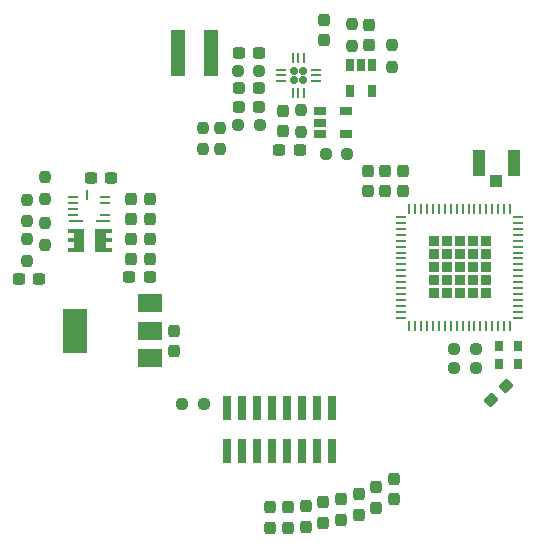
<source format=gbr>
%TF.GenerationSoftware,KiCad,Pcbnew,6.0.6-3a73a75311~116~ubuntu20.04.1*%
%TF.CreationDate,2022-09-27T10:12:31+01:00*%
%TF.ProjectId,UFOControlDeck,55464f43-6f6e-4747-926f-6c4465636b2e,rev?*%
%TF.SameCoordinates,Original*%
%TF.FileFunction,Paste,Top*%
%TF.FilePolarity,Positive*%
%FSLAX46Y46*%
G04 Gerber Fmt 4.6, Leading zero omitted, Abs format (unit mm)*
G04 Created by KiCad (PCBNEW 6.0.6-3a73a75311~116~ubuntu20.04.1) date 2022-09-27 10:12:31*
%MOMM*%
%LPD*%
G01*
G04 APERTURE LIST*
G04 Aperture macros list*
%AMRoundRect*
0 Rectangle with rounded corners*
0 $1 Rounding radius*
0 $2 $3 $4 $5 $6 $7 $8 $9 X,Y pos of 4 corners*
0 Add a 4 corners polygon primitive as box body*
4,1,4,$2,$3,$4,$5,$6,$7,$8,$9,$2,$3,0*
0 Add four circle primitives for the rounded corners*
1,1,$1+$1,$2,$3*
1,1,$1+$1,$4,$5*
1,1,$1+$1,$6,$7*
1,1,$1+$1,$8,$9*
0 Add four rect primitives between the rounded corners*
20,1,$1+$1,$2,$3,$4,$5,0*
20,1,$1+$1,$4,$5,$6,$7,0*
20,1,$1+$1,$6,$7,$8,$9,0*
20,1,$1+$1,$8,$9,$2,$3,0*%
G04 Aperture macros list end*
%ADD10C,0.010000*%
%ADD11RoundRect,0.237500X0.300000X0.237500X-0.300000X0.237500X-0.300000X-0.237500X0.300000X-0.237500X0*%
%ADD12RoundRect,0.237500X-0.237500X0.300000X-0.237500X-0.300000X0.237500X-0.300000X0.237500X0.300000X0*%
%ADD13RoundRect,0.237500X-0.287500X-0.237500X0.287500X-0.237500X0.287500X0.237500X-0.287500X0.237500X0*%
%ADD14RoundRect,0.237500X-0.250000X-0.237500X0.250000X-0.237500X0.250000X0.237500X-0.250000X0.237500X0*%
%ADD15RoundRect,0.237500X-0.237500X0.250000X-0.237500X-0.250000X0.237500X-0.250000X0.237500X0.250000X0*%
%ADD16R,0.650000X0.850000*%
%ADD17R,1.060000X0.650000*%
%ADD18RoundRect,0.237500X-0.237500X0.287500X-0.237500X-0.287500X0.237500X-0.287500X0.237500X0.287500X0*%
%ADD19RoundRect,0.237500X0.237500X-0.300000X0.237500X0.300000X-0.237500X0.300000X-0.237500X-0.300000X0*%
%ADD20R,1.200000X3.900000*%
%ADD21R,0.650000X1.060000*%
%ADD22RoundRect,0.167500X-0.167500X0.167500X-0.167500X-0.167500X0.167500X-0.167500X0.167500X0.167500X0*%
%ADD23RoundRect,0.062500X-0.062500X0.350000X-0.062500X-0.350000X0.062500X-0.350000X0.062500X0.350000X0*%
%ADD24RoundRect,0.062500X-0.350000X0.062500X-0.350000X-0.062500X0.350000X-0.062500X0.350000X0.062500X0*%
%ADD25RoundRect,0.237500X-0.300000X-0.237500X0.300000X-0.237500X0.300000X0.237500X-0.300000X0.237500X0*%
%ADD26RoundRect,0.237500X0.250000X0.237500X-0.250000X0.237500X-0.250000X-0.237500X0.250000X-0.237500X0*%
%ADD27RoundRect,0.237500X0.287500X0.237500X-0.287500X0.237500X-0.287500X-0.237500X0.287500X-0.237500X0*%
%ADD28RoundRect,0.232379X0.232379X-0.232379X0.232379X0.232379X-0.232379X0.232379X-0.232379X-0.232379X0*%
%ADD29RoundRect,0.062500X0.062500X-0.375000X0.062500X0.375000X-0.062500X0.375000X-0.062500X-0.375000X0*%
%ADD30RoundRect,0.062500X0.375000X-0.062500X0.375000X0.062500X-0.375000X0.062500X-0.375000X-0.062500X0*%
%ADD31R,0.750000X2.100000*%
%ADD32R,2.000000X1.500000*%
%ADD33R,2.000000X3.800000*%
%ADD34RoundRect,0.237500X0.237500X-0.250000X0.237500X0.250000X-0.237500X0.250000X-0.237500X-0.250000X0*%
%ADD35RoundRect,0.237500X-0.044194X-0.380070X0.380070X0.044194X0.044194X0.380070X-0.380070X-0.044194X0*%
%ADD36R,0.900000X0.250000*%
%ADD37R,1.300000X0.250000*%
%ADD38R,0.250000X0.900000*%
%ADD39R,1.000000X1.050000*%
%ADD40R,1.050000X2.200000*%
G04 APERTURE END LIST*
%TO.C,U8*%
G36*
X122200000Y-114025000D02*
G01*
X120900000Y-114025000D01*
X120900000Y-113775000D01*
X121400000Y-113775000D01*
X121400000Y-113225000D01*
X120900000Y-113225000D01*
X120900000Y-112975000D01*
X121400000Y-112975000D01*
X121400000Y-112425000D01*
X120900000Y-112425000D01*
X120900000Y-112175000D01*
X122200000Y-112175000D01*
X122200000Y-114025000D01*
G37*
D10*
X122200000Y-114025000D02*
X120900000Y-114025000D01*
X120900000Y-113775000D01*
X121400000Y-113775000D01*
X121400000Y-113225000D01*
X120900000Y-113225000D01*
X120900000Y-112975000D01*
X121400000Y-112975000D01*
X121400000Y-112425000D01*
X120900000Y-112425000D01*
X120900000Y-112175000D01*
X122200000Y-112175000D01*
X122200000Y-114025000D01*
G36*
X124500000Y-112425000D02*
G01*
X124000000Y-112425000D01*
X124000000Y-112975000D01*
X124500000Y-112975000D01*
X124500000Y-113225000D01*
X124000000Y-113225000D01*
X124000000Y-113775000D01*
X124500000Y-113775000D01*
X124500000Y-114025000D01*
X123200000Y-114025000D01*
X123200000Y-112175000D01*
X124500000Y-112175000D01*
X124500000Y-112425000D01*
G37*
X124500000Y-112425000D02*
X124000000Y-112425000D01*
X124000000Y-112975000D01*
X124500000Y-112975000D01*
X124500000Y-113225000D01*
X124000000Y-113225000D01*
X124000000Y-113775000D01*
X124500000Y-113775000D01*
X124500000Y-114025000D01*
X123200000Y-114025000D01*
X123200000Y-112175000D01*
X124500000Y-112175000D01*
X124500000Y-112425000D01*
%TD*%
D11*
%TO.C,C10*%
X137100000Y-97300000D03*
X135375000Y-97300000D03*
%TD*%
D12*
%TO.C,C13*%
X146400000Y-94937500D03*
X146400000Y-96662500D03*
%TD*%
D13*
%TO.C,D4*%
X135350000Y-100300000D03*
X137100000Y-100300000D03*
%TD*%
D14*
%TO.C,R11*%
X135275000Y-98800000D03*
X137100000Y-98800000D03*
%TD*%
D15*
%TO.C,R12*%
X144900000Y-94875000D03*
X144900000Y-96700000D03*
%TD*%
D16*
%TO.C,U4*%
X157350000Y-123650000D03*
X159000000Y-123650000D03*
X159000000Y-122100000D03*
X157350000Y-122100000D03*
%TD*%
D17*
%TO.C,U5*%
X142199999Y-102250000D03*
X142199999Y-103200000D03*
X142199999Y-104150000D03*
X144399999Y-104150000D03*
X144399999Y-102250000D03*
%TD*%
D18*
%TO.C,D9*%
X144000000Y-135050000D03*
X144000000Y-136800000D03*
%TD*%
%TO.C,D12*%
X148500000Y-133350001D03*
X148500000Y-135100001D03*
%TD*%
%TO.C,D8*%
X142500000Y-135350000D03*
X142500000Y-137100000D03*
%TD*%
%TO.C,D11*%
X147000000Y-134050000D03*
X147000000Y-135800000D03*
%TD*%
%TO.C,D10*%
X145500000Y-134650000D03*
X145500000Y-136400000D03*
%TD*%
D19*
%TO.C,C48*%
X142600000Y-96199999D03*
X142600000Y-94474999D03*
%TD*%
D20*
%TO.C,L1*%
X133000000Y-97300000D03*
X130200000Y-97300000D03*
%TD*%
D12*
%TO.C,C11*%
X139050000Y-102200001D03*
X139050000Y-103925001D03*
%TD*%
D21*
%TO.C,U2*%
X146650000Y-98300000D03*
X145700000Y-98300000D03*
X144750000Y-98300000D03*
X144750000Y-100500000D03*
X146650000Y-100500000D03*
%TD*%
D22*
%TO.C,U9*%
X139990000Y-98790000D03*
X140810000Y-98790000D03*
X139990000Y-99610000D03*
X140810000Y-99610000D03*
D23*
X140900000Y-97737500D03*
X140400000Y-97737500D03*
X139900000Y-97737500D03*
D24*
X138937500Y-98700000D03*
X138937500Y-99200000D03*
X138937500Y-99700000D03*
D23*
X139900000Y-100662500D03*
X140400000Y-100662500D03*
X140900000Y-100662500D03*
D24*
X141862500Y-99700000D03*
X141862500Y-99200000D03*
X141862500Y-98700000D03*
%TD*%
D25*
%TO.C,C49*%
X138774999Y-105500000D03*
X140499999Y-105500000D03*
%TD*%
D26*
%TO.C,R13*%
X137112500Y-103400000D03*
X135287500Y-103400000D03*
%TD*%
D15*
%TO.C,R32*%
X140600000Y-102137500D03*
X140600000Y-103962500D03*
%TD*%
D27*
%TO.C,D2*%
X137075000Y-101900000D03*
X135325000Y-101900000D03*
%TD*%
D11*
%TO.C,C1*%
X127799999Y-116300000D03*
X126074999Y-116300000D03*
%TD*%
D18*
%TO.C,D5*%
X139500000Y-135750000D03*
X139500000Y-137500000D03*
%TD*%
%TO.C,D7*%
X140999999Y-135650000D03*
X140999999Y-137400000D03*
%TD*%
%TO.C,D6*%
X138000000Y-135750000D03*
X138000000Y-137500000D03*
%TD*%
D12*
%TO.C,C7*%
X129850000Y-120837500D03*
X129850000Y-122562500D03*
%TD*%
D28*
%TO.C,U3*%
X156250000Y-117650000D03*
X155150000Y-116550000D03*
X151850000Y-117650000D03*
X155150000Y-114350000D03*
X156250000Y-113250000D03*
X152950000Y-116550000D03*
X151850000Y-115450000D03*
X154050000Y-114350000D03*
X154050000Y-115450000D03*
X152950000Y-117650000D03*
X151850000Y-114350000D03*
X155150000Y-117650000D03*
X151850000Y-113250000D03*
X154050000Y-116550000D03*
X156250000Y-115450000D03*
X155150000Y-113250000D03*
X154050000Y-113250000D03*
X155150000Y-115450000D03*
X152950000Y-113250000D03*
X152950000Y-115450000D03*
X151850000Y-116550000D03*
X156250000Y-114350000D03*
X152950000Y-114350000D03*
X156250000Y-116550000D03*
X154050000Y-117650000D03*
D29*
X149800000Y-120387500D03*
X150300000Y-120387500D03*
X150800000Y-120387500D03*
X151300000Y-120387500D03*
X151800000Y-120387500D03*
X152300000Y-120387500D03*
X152800000Y-120387500D03*
X153300000Y-120387500D03*
X153800000Y-120387500D03*
X154300000Y-120387500D03*
X154800000Y-120387500D03*
X155300000Y-120387500D03*
X155800000Y-120387500D03*
X156300000Y-120387500D03*
X156800000Y-120387500D03*
X157300000Y-120387500D03*
X157800000Y-120387500D03*
X158300000Y-120387500D03*
D30*
X158987500Y-119700000D03*
X158987500Y-119200000D03*
X158987500Y-118700000D03*
X158987500Y-118200000D03*
X158987500Y-117700000D03*
X158987500Y-117200000D03*
X158987500Y-116700000D03*
X158987500Y-116200000D03*
X158987500Y-115700000D03*
X158987500Y-115200000D03*
X158987500Y-114700000D03*
X158987500Y-114200000D03*
X158987500Y-113700000D03*
X158987500Y-113200000D03*
X158987500Y-112700000D03*
X158987500Y-112200000D03*
X158987500Y-111700000D03*
X158987500Y-111200000D03*
D29*
X158300000Y-110512500D03*
X157800000Y-110512500D03*
X157300000Y-110512500D03*
X156800000Y-110512500D03*
X156300000Y-110512500D03*
X155800000Y-110512500D03*
X155300000Y-110512500D03*
X154800000Y-110512500D03*
X154300000Y-110512500D03*
X153800000Y-110512500D03*
X153300000Y-110512500D03*
X152800000Y-110512500D03*
X152300000Y-110512500D03*
X151800000Y-110512500D03*
X151300000Y-110512500D03*
X150800000Y-110512500D03*
X150300000Y-110512500D03*
X149800000Y-110512500D03*
D30*
X149112500Y-111200000D03*
X149112500Y-111700000D03*
X149112500Y-112200000D03*
X149112500Y-112700000D03*
X149112500Y-113200000D03*
X149112500Y-113700000D03*
X149112500Y-114200000D03*
X149112500Y-114700000D03*
X149112500Y-115200000D03*
X149112500Y-115700000D03*
X149112500Y-116200000D03*
X149112500Y-116700000D03*
X149112500Y-117200000D03*
X149112500Y-117700000D03*
X149112500Y-118200000D03*
X149112500Y-118700000D03*
X149112500Y-119200000D03*
X149112500Y-119700000D03*
%TD*%
D31*
%TO.C,J2*%
X134355000Y-127400000D03*
X134355000Y-131000000D03*
X135625000Y-127400000D03*
X135625000Y-131000000D03*
X136895000Y-127400000D03*
X136895000Y-131000000D03*
X138165000Y-127400000D03*
X138165000Y-131000000D03*
X139435000Y-127400000D03*
X139435000Y-131000000D03*
X140705000Y-127400000D03*
X140705000Y-131000000D03*
X141975000Y-127400000D03*
X141975000Y-131000000D03*
X143245000Y-127400000D03*
X143245000Y-131000000D03*
%TD*%
D32*
%TO.C,U6*%
X127800000Y-123100000D03*
D33*
X121500000Y-120800000D03*
D32*
X127800000Y-120800000D03*
X127800000Y-118500000D03*
%TD*%
D15*
%TO.C,R1*%
X148300000Y-96625000D03*
X148300000Y-98450000D03*
%TD*%
D26*
%TO.C,R2*%
X144550000Y-105850000D03*
X142725000Y-105850000D03*
%TD*%
D25*
%TO.C,C6*%
X122825000Y-107850000D03*
X124550000Y-107850000D03*
%TD*%
D34*
%TO.C,R6*%
X117400000Y-114875000D03*
X117400000Y-113050000D03*
%TD*%
D15*
%TO.C,R35*%
X117400000Y-109737500D03*
X117400000Y-111562500D03*
%TD*%
D11*
%TO.C,C4*%
X118475000Y-116400000D03*
X116750000Y-116400000D03*
%TD*%
D19*
%TO.C,C8*%
X126250000Y-111362500D03*
X126250000Y-109637500D03*
%TD*%
%TO.C,C9*%
X127800000Y-111362500D03*
X127800000Y-109637500D03*
%TD*%
D35*
%TO.C,C14*%
X156740120Y-126709880D03*
X157959880Y-125490120D03*
%TD*%
D12*
%TO.C,C39*%
X126250000Y-113037500D03*
X126250000Y-114762500D03*
%TD*%
%TO.C,C40*%
X127800000Y-113024999D03*
X127800000Y-114749999D03*
%TD*%
D18*
%TO.C,D13*%
X149250000Y-107275000D03*
X149250000Y-109025000D03*
%TD*%
D15*
%TO.C,R4*%
X118950000Y-111725000D03*
X118950000Y-113550000D03*
%TD*%
%TO.C,R5*%
X118950000Y-107825000D03*
X118950000Y-109650000D03*
%TD*%
D26*
%TO.C,R9*%
X132400000Y-127025000D03*
X130575000Y-127025000D03*
%TD*%
%TO.C,R14*%
X155400000Y-123950000D03*
X153575000Y-123950000D03*
%TD*%
D14*
%TO.C,R15*%
X153575000Y-122350000D03*
X155400000Y-122350000D03*
%TD*%
D36*
%TO.C,U8*%
X121350000Y-109500000D03*
X121350000Y-110000000D03*
X121350000Y-110500000D03*
X121350000Y-111000000D03*
D37*
X121550000Y-111500000D03*
X123850000Y-111500000D03*
D36*
X124050000Y-111000000D03*
X124050000Y-110000000D03*
X124050000Y-109500000D03*
D38*
X122525000Y-109350000D03*
%TD*%
D18*
%TO.C,D3*%
X146250000Y-107275000D03*
X146250000Y-109025000D03*
%TD*%
%TO.C,D1*%
X147750000Y-107275000D03*
X147750000Y-109025000D03*
%TD*%
D39*
%TO.C,J5*%
X157150000Y-108100000D03*
D40*
X155675000Y-106575000D03*
X158625000Y-106575000D03*
%TD*%
D34*
%TO.C,R28*%
X132300000Y-105450000D03*
X132300000Y-103625000D03*
%TD*%
%TO.C,R27*%
X133800000Y-105450000D03*
X133800000Y-103625000D03*
%TD*%
M02*

</source>
